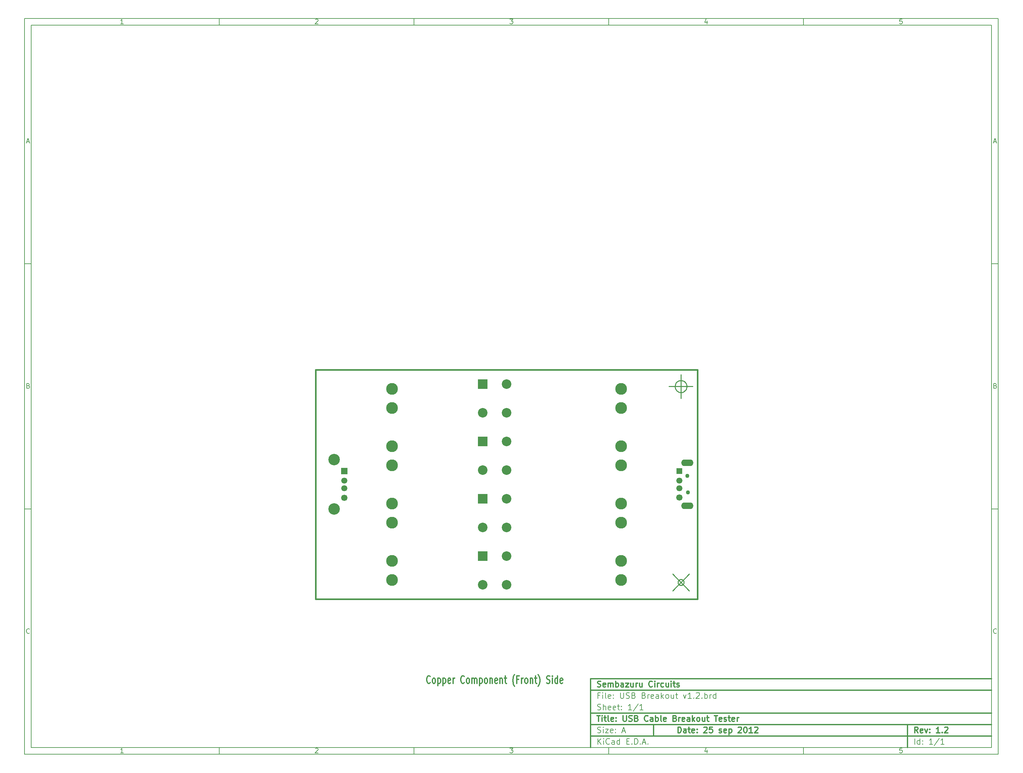
<source format=gtl>
G04 (created by PCBNEW-RS274X (2012-01-19 BZR 3256)-stable) date 25/09/2012 17:31:46*
G01*
G70*
G90*
%MOIN*%
G04 Gerber Fmt 3.4, Leading zero omitted, Abs format*
%FSLAX34Y34*%
G04 APERTURE LIST*
%ADD10C,0.006000*%
%ADD11C,0.012000*%
%ADD12C,0.010000*%
%ADD13C,0.015000*%
%ADD14R,0.100000X0.100000*%
%ADD15C,0.100000*%
%ADD16R,0.063200X0.063200*%
%ADD17O,0.066200X0.059100*%
%ADD18C,0.066200*%
%ADD19O,0.128400X0.069400*%
%ADD20C,0.043300*%
%ADD21R,0.066200X0.066200*%
%ADD22C,0.120600*%
%ADD23C,0.123000*%
G04 APERTURE END LIST*
G54D10*
X-30500Y36750D02*
X71500Y36750D01*
X71500Y-40250D01*
X-30500Y-40250D01*
X-30500Y36750D01*
X-29800Y36050D02*
X70800Y36050D01*
X70800Y-39550D01*
X-29800Y-39550D01*
X-29800Y36050D01*
X-10100Y36750D02*
X-10100Y36050D01*
X-20157Y36198D02*
X-20443Y36198D01*
X-20300Y36198D02*
X-20300Y36698D01*
X-20348Y36626D01*
X-20395Y36579D01*
X-20443Y36555D01*
X-10100Y-40250D02*
X-10100Y-39550D01*
X-20157Y-40102D02*
X-20443Y-40102D01*
X-20300Y-40102D02*
X-20300Y-39602D01*
X-20348Y-39674D01*
X-20395Y-39721D01*
X-20443Y-39745D01*
X10300Y36750D02*
X10300Y36050D01*
X-00043Y36650D02*
X-00019Y36674D01*
X00029Y36698D01*
X00148Y36698D01*
X00195Y36674D01*
X00219Y36650D01*
X00243Y36602D01*
X00243Y36555D01*
X00219Y36483D01*
X-00067Y36198D01*
X00243Y36198D01*
X10300Y-40250D02*
X10300Y-39550D01*
X-00043Y-39650D02*
X-00019Y-39626D01*
X00029Y-39602D01*
X00148Y-39602D01*
X00195Y-39626D01*
X00219Y-39650D01*
X00243Y-39698D01*
X00243Y-39745D01*
X00219Y-39817D01*
X-00067Y-40102D01*
X00243Y-40102D01*
X30700Y36750D02*
X30700Y36050D01*
X20333Y36698D02*
X20643Y36698D01*
X20476Y36507D01*
X20548Y36507D01*
X20595Y36483D01*
X20619Y36460D01*
X20643Y36412D01*
X20643Y36293D01*
X20619Y36245D01*
X20595Y36221D01*
X20548Y36198D01*
X20405Y36198D01*
X20357Y36221D01*
X20333Y36245D01*
X30700Y-40250D02*
X30700Y-39550D01*
X20333Y-39602D02*
X20643Y-39602D01*
X20476Y-39793D01*
X20548Y-39793D01*
X20595Y-39817D01*
X20619Y-39840D01*
X20643Y-39888D01*
X20643Y-40007D01*
X20619Y-40055D01*
X20595Y-40079D01*
X20548Y-40102D01*
X20405Y-40102D01*
X20357Y-40079D01*
X20333Y-40055D01*
X51100Y36750D02*
X51100Y36050D01*
X40995Y36531D02*
X40995Y36198D01*
X40876Y36721D02*
X40757Y36364D01*
X41067Y36364D01*
X51100Y-40250D02*
X51100Y-39550D01*
X40995Y-39769D02*
X40995Y-40102D01*
X40876Y-39579D02*
X40757Y-39936D01*
X41067Y-39936D01*
X61419Y36698D02*
X61181Y36698D01*
X61157Y36460D01*
X61181Y36483D01*
X61229Y36507D01*
X61348Y36507D01*
X61395Y36483D01*
X61419Y36460D01*
X61443Y36412D01*
X61443Y36293D01*
X61419Y36245D01*
X61395Y36221D01*
X61348Y36198D01*
X61229Y36198D01*
X61181Y36221D01*
X61157Y36245D01*
X61419Y-39602D02*
X61181Y-39602D01*
X61157Y-39840D01*
X61181Y-39817D01*
X61229Y-39793D01*
X61348Y-39793D01*
X61395Y-39817D01*
X61419Y-39840D01*
X61443Y-39888D01*
X61443Y-40007D01*
X61419Y-40055D01*
X61395Y-40079D01*
X61348Y-40102D01*
X61229Y-40102D01*
X61181Y-40079D01*
X61157Y-40055D01*
X-30500Y11090D02*
X-29800Y11090D01*
X-30269Y23860D02*
X-30031Y23860D01*
X-30316Y23718D02*
X-30150Y24218D01*
X-29983Y23718D01*
X71500Y11090D02*
X70800Y11090D01*
X71031Y23860D02*
X71269Y23860D01*
X70984Y23718D02*
X71150Y24218D01*
X71317Y23718D01*
X-30500Y-14570D02*
X-29800Y-14570D01*
X-30114Y-01680D02*
X-30043Y-01704D01*
X-30019Y-01728D01*
X-29995Y-01776D01*
X-29995Y-01847D01*
X-30019Y-01895D01*
X-30043Y-01919D01*
X-30090Y-01942D01*
X-30281Y-01942D01*
X-30281Y-01442D01*
X-30114Y-01442D01*
X-30067Y-01466D01*
X-30043Y-01490D01*
X-30019Y-01538D01*
X-30019Y-01585D01*
X-30043Y-01633D01*
X-30067Y-01657D01*
X-30114Y-01680D01*
X-30281Y-01680D01*
X71500Y-14570D02*
X70800Y-14570D01*
X71186Y-01680D02*
X71257Y-01704D01*
X71281Y-01728D01*
X71305Y-01776D01*
X71305Y-01847D01*
X71281Y-01895D01*
X71257Y-01919D01*
X71210Y-01942D01*
X71019Y-01942D01*
X71019Y-01442D01*
X71186Y-01442D01*
X71233Y-01466D01*
X71257Y-01490D01*
X71281Y-01538D01*
X71281Y-01585D01*
X71257Y-01633D01*
X71233Y-01657D01*
X71186Y-01680D01*
X71019Y-01680D01*
X-29995Y-27555D02*
X-30019Y-27579D01*
X-30090Y-27602D01*
X-30138Y-27602D01*
X-30210Y-27579D01*
X-30257Y-27531D01*
X-30281Y-27483D01*
X-30305Y-27388D01*
X-30305Y-27317D01*
X-30281Y-27221D01*
X-30257Y-27174D01*
X-30210Y-27126D01*
X-30138Y-27102D01*
X-30090Y-27102D01*
X-30019Y-27126D01*
X-29995Y-27150D01*
X71305Y-27555D02*
X71281Y-27579D01*
X71210Y-27602D01*
X71162Y-27602D01*
X71090Y-27579D01*
X71043Y-27531D01*
X71019Y-27483D01*
X70995Y-27388D01*
X70995Y-27317D01*
X71019Y-27221D01*
X71043Y-27174D01*
X71090Y-27126D01*
X71162Y-27102D01*
X71210Y-27102D01*
X71281Y-27126D01*
X71305Y-27150D01*
G54D11*
X37943Y-37993D02*
X37943Y-37393D01*
X38086Y-37393D01*
X38171Y-37421D01*
X38229Y-37479D01*
X38257Y-37536D01*
X38286Y-37650D01*
X38286Y-37736D01*
X38257Y-37850D01*
X38229Y-37907D01*
X38171Y-37964D01*
X38086Y-37993D01*
X37943Y-37993D01*
X38800Y-37993D02*
X38800Y-37679D01*
X38771Y-37621D01*
X38714Y-37593D01*
X38600Y-37593D01*
X38543Y-37621D01*
X38800Y-37964D02*
X38743Y-37993D01*
X38600Y-37993D01*
X38543Y-37964D01*
X38514Y-37907D01*
X38514Y-37850D01*
X38543Y-37793D01*
X38600Y-37764D01*
X38743Y-37764D01*
X38800Y-37736D01*
X39000Y-37593D02*
X39229Y-37593D01*
X39086Y-37393D02*
X39086Y-37907D01*
X39114Y-37964D01*
X39172Y-37993D01*
X39229Y-37993D01*
X39657Y-37964D02*
X39600Y-37993D01*
X39486Y-37993D01*
X39429Y-37964D01*
X39400Y-37907D01*
X39400Y-37679D01*
X39429Y-37621D01*
X39486Y-37593D01*
X39600Y-37593D01*
X39657Y-37621D01*
X39686Y-37679D01*
X39686Y-37736D01*
X39400Y-37793D01*
X39943Y-37936D02*
X39971Y-37964D01*
X39943Y-37993D01*
X39914Y-37964D01*
X39943Y-37936D01*
X39943Y-37993D01*
X39943Y-37621D02*
X39971Y-37650D01*
X39943Y-37679D01*
X39914Y-37650D01*
X39943Y-37621D01*
X39943Y-37679D01*
X40657Y-37450D02*
X40686Y-37421D01*
X40743Y-37393D01*
X40886Y-37393D01*
X40943Y-37421D01*
X40972Y-37450D01*
X41000Y-37507D01*
X41000Y-37564D01*
X40972Y-37650D01*
X40629Y-37993D01*
X41000Y-37993D01*
X41543Y-37393D02*
X41257Y-37393D01*
X41228Y-37679D01*
X41257Y-37650D01*
X41314Y-37621D01*
X41457Y-37621D01*
X41514Y-37650D01*
X41543Y-37679D01*
X41571Y-37736D01*
X41571Y-37879D01*
X41543Y-37936D01*
X41514Y-37964D01*
X41457Y-37993D01*
X41314Y-37993D01*
X41257Y-37964D01*
X41228Y-37936D01*
X42256Y-37964D02*
X42313Y-37993D01*
X42428Y-37993D01*
X42485Y-37964D01*
X42513Y-37907D01*
X42513Y-37879D01*
X42485Y-37821D01*
X42428Y-37793D01*
X42342Y-37793D01*
X42285Y-37764D01*
X42256Y-37707D01*
X42256Y-37679D01*
X42285Y-37621D01*
X42342Y-37593D01*
X42428Y-37593D01*
X42485Y-37621D01*
X42999Y-37964D02*
X42942Y-37993D01*
X42828Y-37993D01*
X42771Y-37964D01*
X42742Y-37907D01*
X42742Y-37679D01*
X42771Y-37621D01*
X42828Y-37593D01*
X42942Y-37593D01*
X42999Y-37621D01*
X43028Y-37679D01*
X43028Y-37736D01*
X42742Y-37793D01*
X43285Y-37593D02*
X43285Y-38193D01*
X43285Y-37621D02*
X43342Y-37593D01*
X43456Y-37593D01*
X43513Y-37621D01*
X43542Y-37650D01*
X43571Y-37707D01*
X43571Y-37879D01*
X43542Y-37936D01*
X43513Y-37964D01*
X43456Y-37993D01*
X43342Y-37993D01*
X43285Y-37964D01*
X44256Y-37450D02*
X44285Y-37421D01*
X44342Y-37393D01*
X44485Y-37393D01*
X44542Y-37421D01*
X44571Y-37450D01*
X44599Y-37507D01*
X44599Y-37564D01*
X44571Y-37650D01*
X44228Y-37993D01*
X44599Y-37993D01*
X44970Y-37393D02*
X45027Y-37393D01*
X45084Y-37421D01*
X45113Y-37450D01*
X45142Y-37507D01*
X45170Y-37621D01*
X45170Y-37764D01*
X45142Y-37879D01*
X45113Y-37936D01*
X45084Y-37964D01*
X45027Y-37993D01*
X44970Y-37993D01*
X44913Y-37964D01*
X44884Y-37936D01*
X44856Y-37879D01*
X44827Y-37764D01*
X44827Y-37621D01*
X44856Y-37507D01*
X44884Y-37450D01*
X44913Y-37421D01*
X44970Y-37393D01*
X45741Y-37993D02*
X45398Y-37993D01*
X45570Y-37993D02*
X45570Y-37393D01*
X45513Y-37479D01*
X45455Y-37536D01*
X45398Y-37564D01*
X45969Y-37450D02*
X45998Y-37421D01*
X46055Y-37393D01*
X46198Y-37393D01*
X46255Y-37421D01*
X46284Y-37450D01*
X46312Y-37507D01*
X46312Y-37564D01*
X46284Y-37650D01*
X45941Y-37993D01*
X46312Y-37993D01*
G54D10*
X29543Y-39193D02*
X29543Y-38593D01*
X29886Y-39193D02*
X29629Y-38850D01*
X29886Y-38593D02*
X29543Y-38936D01*
X30143Y-39193D02*
X30143Y-38793D01*
X30143Y-38593D02*
X30114Y-38621D01*
X30143Y-38650D01*
X30171Y-38621D01*
X30143Y-38593D01*
X30143Y-38650D01*
X30772Y-39136D02*
X30743Y-39164D01*
X30657Y-39193D01*
X30600Y-39193D01*
X30515Y-39164D01*
X30457Y-39107D01*
X30429Y-39050D01*
X30400Y-38936D01*
X30400Y-38850D01*
X30429Y-38736D01*
X30457Y-38679D01*
X30515Y-38621D01*
X30600Y-38593D01*
X30657Y-38593D01*
X30743Y-38621D01*
X30772Y-38650D01*
X31286Y-39193D02*
X31286Y-38879D01*
X31257Y-38821D01*
X31200Y-38793D01*
X31086Y-38793D01*
X31029Y-38821D01*
X31286Y-39164D02*
X31229Y-39193D01*
X31086Y-39193D01*
X31029Y-39164D01*
X31000Y-39107D01*
X31000Y-39050D01*
X31029Y-38993D01*
X31086Y-38964D01*
X31229Y-38964D01*
X31286Y-38936D01*
X31829Y-39193D02*
X31829Y-38593D01*
X31829Y-39164D02*
X31772Y-39193D01*
X31658Y-39193D01*
X31600Y-39164D01*
X31572Y-39136D01*
X31543Y-39079D01*
X31543Y-38907D01*
X31572Y-38850D01*
X31600Y-38821D01*
X31658Y-38793D01*
X31772Y-38793D01*
X31829Y-38821D01*
X32572Y-38879D02*
X32772Y-38879D01*
X32858Y-39193D02*
X32572Y-39193D01*
X32572Y-38593D01*
X32858Y-38593D01*
X33115Y-39136D02*
X33143Y-39164D01*
X33115Y-39193D01*
X33086Y-39164D01*
X33115Y-39136D01*
X33115Y-39193D01*
X33401Y-39193D02*
X33401Y-38593D01*
X33544Y-38593D01*
X33629Y-38621D01*
X33687Y-38679D01*
X33715Y-38736D01*
X33744Y-38850D01*
X33744Y-38936D01*
X33715Y-39050D01*
X33687Y-39107D01*
X33629Y-39164D01*
X33544Y-39193D01*
X33401Y-39193D01*
X34001Y-39136D02*
X34029Y-39164D01*
X34001Y-39193D01*
X33972Y-39164D01*
X34001Y-39136D01*
X34001Y-39193D01*
X34258Y-39021D02*
X34544Y-39021D01*
X34201Y-39193D02*
X34401Y-38593D01*
X34601Y-39193D01*
X34801Y-39136D02*
X34829Y-39164D01*
X34801Y-39193D01*
X34772Y-39164D01*
X34801Y-39136D01*
X34801Y-39193D01*
G54D11*
X63086Y-37993D02*
X62886Y-37707D01*
X62743Y-37993D02*
X62743Y-37393D01*
X62971Y-37393D01*
X63029Y-37421D01*
X63057Y-37450D01*
X63086Y-37507D01*
X63086Y-37593D01*
X63057Y-37650D01*
X63029Y-37679D01*
X62971Y-37707D01*
X62743Y-37707D01*
X63571Y-37964D02*
X63514Y-37993D01*
X63400Y-37993D01*
X63343Y-37964D01*
X63314Y-37907D01*
X63314Y-37679D01*
X63343Y-37621D01*
X63400Y-37593D01*
X63514Y-37593D01*
X63571Y-37621D01*
X63600Y-37679D01*
X63600Y-37736D01*
X63314Y-37793D01*
X63800Y-37593D02*
X63943Y-37993D01*
X64085Y-37593D01*
X64314Y-37936D02*
X64342Y-37964D01*
X64314Y-37993D01*
X64285Y-37964D01*
X64314Y-37936D01*
X64314Y-37993D01*
X64314Y-37621D02*
X64342Y-37650D01*
X64314Y-37679D01*
X64285Y-37650D01*
X64314Y-37621D01*
X64314Y-37679D01*
X65371Y-37993D02*
X65028Y-37993D01*
X65200Y-37993D02*
X65200Y-37393D01*
X65143Y-37479D01*
X65085Y-37536D01*
X65028Y-37564D01*
X65628Y-37936D02*
X65656Y-37964D01*
X65628Y-37993D01*
X65599Y-37964D01*
X65628Y-37936D01*
X65628Y-37993D01*
X65885Y-37450D02*
X65914Y-37421D01*
X65971Y-37393D01*
X66114Y-37393D01*
X66171Y-37421D01*
X66200Y-37450D01*
X66228Y-37507D01*
X66228Y-37564D01*
X66200Y-37650D01*
X65857Y-37993D01*
X66228Y-37993D01*
G54D10*
X29514Y-37964D02*
X29600Y-37993D01*
X29743Y-37993D01*
X29800Y-37964D01*
X29829Y-37936D01*
X29857Y-37879D01*
X29857Y-37821D01*
X29829Y-37764D01*
X29800Y-37736D01*
X29743Y-37707D01*
X29629Y-37679D01*
X29571Y-37650D01*
X29543Y-37621D01*
X29514Y-37564D01*
X29514Y-37507D01*
X29543Y-37450D01*
X29571Y-37421D01*
X29629Y-37393D01*
X29771Y-37393D01*
X29857Y-37421D01*
X30114Y-37993D02*
X30114Y-37593D01*
X30114Y-37393D02*
X30085Y-37421D01*
X30114Y-37450D01*
X30142Y-37421D01*
X30114Y-37393D01*
X30114Y-37450D01*
X30343Y-37593D02*
X30657Y-37593D01*
X30343Y-37993D01*
X30657Y-37993D01*
X31114Y-37964D02*
X31057Y-37993D01*
X30943Y-37993D01*
X30886Y-37964D01*
X30857Y-37907D01*
X30857Y-37679D01*
X30886Y-37621D01*
X30943Y-37593D01*
X31057Y-37593D01*
X31114Y-37621D01*
X31143Y-37679D01*
X31143Y-37736D01*
X30857Y-37793D01*
X31400Y-37936D02*
X31428Y-37964D01*
X31400Y-37993D01*
X31371Y-37964D01*
X31400Y-37936D01*
X31400Y-37993D01*
X31400Y-37621D02*
X31428Y-37650D01*
X31400Y-37679D01*
X31371Y-37650D01*
X31400Y-37621D01*
X31400Y-37679D01*
X32114Y-37821D02*
X32400Y-37821D01*
X32057Y-37993D02*
X32257Y-37393D01*
X32457Y-37993D01*
X62743Y-39193D02*
X62743Y-38593D01*
X63286Y-39193D02*
X63286Y-38593D01*
X63286Y-39164D02*
X63229Y-39193D01*
X63115Y-39193D01*
X63057Y-39164D01*
X63029Y-39136D01*
X63000Y-39079D01*
X63000Y-38907D01*
X63029Y-38850D01*
X63057Y-38821D01*
X63115Y-38793D01*
X63229Y-38793D01*
X63286Y-38821D01*
X63572Y-39136D02*
X63600Y-39164D01*
X63572Y-39193D01*
X63543Y-39164D01*
X63572Y-39136D01*
X63572Y-39193D01*
X63572Y-38821D02*
X63600Y-38850D01*
X63572Y-38879D01*
X63543Y-38850D01*
X63572Y-38821D01*
X63572Y-38879D01*
X64629Y-39193D02*
X64286Y-39193D01*
X64458Y-39193D02*
X64458Y-38593D01*
X64401Y-38679D01*
X64343Y-38736D01*
X64286Y-38764D01*
X65314Y-38564D02*
X64800Y-39336D01*
X65829Y-39193D02*
X65486Y-39193D01*
X65658Y-39193D02*
X65658Y-38593D01*
X65601Y-38679D01*
X65543Y-38736D01*
X65486Y-38764D01*
G54D11*
X29457Y-36193D02*
X29800Y-36193D01*
X29629Y-36793D02*
X29629Y-36193D01*
X30000Y-36793D02*
X30000Y-36393D01*
X30000Y-36193D02*
X29971Y-36221D01*
X30000Y-36250D01*
X30028Y-36221D01*
X30000Y-36193D01*
X30000Y-36250D01*
X30200Y-36393D02*
X30429Y-36393D01*
X30286Y-36193D02*
X30286Y-36707D01*
X30314Y-36764D01*
X30372Y-36793D01*
X30429Y-36793D01*
X30715Y-36793D02*
X30657Y-36764D01*
X30629Y-36707D01*
X30629Y-36193D01*
X31171Y-36764D02*
X31114Y-36793D01*
X31000Y-36793D01*
X30943Y-36764D01*
X30914Y-36707D01*
X30914Y-36479D01*
X30943Y-36421D01*
X31000Y-36393D01*
X31114Y-36393D01*
X31171Y-36421D01*
X31200Y-36479D01*
X31200Y-36536D01*
X30914Y-36593D01*
X31457Y-36736D02*
X31485Y-36764D01*
X31457Y-36793D01*
X31428Y-36764D01*
X31457Y-36736D01*
X31457Y-36793D01*
X31457Y-36421D02*
X31485Y-36450D01*
X31457Y-36479D01*
X31428Y-36450D01*
X31457Y-36421D01*
X31457Y-36479D01*
X32200Y-36193D02*
X32200Y-36679D01*
X32228Y-36736D01*
X32257Y-36764D01*
X32314Y-36793D01*
X32428Y-36793D01*
X32486Y-36764D01*
X32514Y-36736D01*
X32543Y-36679D01*
X32543Y-36193D01*
X32800Y-36764D02*
X32886Y-36793D01*
X33029Y-36793D01*
X33086Y-36764D01*
X33115Y-36736D01*
X33143Y-36679D01*
X33143Y-36621D01*
X33115Y-36564D01*
X33086Y-36536D01*
X33029Y-36507D01*
X32915Y-36479D01*
X32857Y-36450D01*
X32829Y-36421D01*
X32800Y-36364D01*
X32800Y-36307D01*
X32829Y-36250D01*
X32857Y-36221D01*
X32915Y-36193D01*
X33057Y-36193D01*
X33143Y-36221D01*
X33600Y-36479D02*
X33686Y-36507D01*
X33714Y-36536D01*
X33743Y-36593D01*
X33743Y-36679D01*
X33714Y-36736D01*
X33686Y-36764D01*
X33628Y-36793D01*
X33400Y-36793D01*
X33400Y-36193D01*
X33600Y-36193D01*
X33657Y-36221D01*
X33686Y-36250D01*
X33714Y-36307D01*
X33714Y-36364D01*
X33686Y-36421D01*
X33657Y-36450D01*
X33600Y-36479D01*
X33400Y-36479D01*
X34800Y-36736D02*
X34771Y-36764D01*
X34685Y-36793D01*
X34628Y-36793D01*
X34543Y-36764D01*
X34485Y-36707D01*
X34457Y-36650D01*
X34428Y-36536D01*
X34428Y-36450D01*
X34457Y-36336D01*
X34485Y-36279D01*
X34543Y-36221D01*
X34628Y-36193D01*
X34685Y-36193D01*
X34771Y-36221D01*
X34800Y-36250D01*
X35314Y-36793D02*
X35314Y-36479D01*
X35285Y-36421D01*
X35228Y-36393D01*
X35114Y-36393D01*
X35057Y-36421D01*
X35314Y-36764D02*
X35257Y-36793D01*
X35114Y-36793D01*
X35057Y-36764D01*
X35028Y-36707D01*
X35028Y-36650D01*
X35057Y-36593D01*
X35114Y-36564D01*
X35257Y-36564D01*
X35314Y-36536D01*
X35600Y-36793D02*
X35600Y-36193D01*
X35600Y-36421D02*
X35657Y-36393D01*
X35771Y-36393D01*
X35828Y-36421D01*
X35857Y-36450D01*
X35886Y-36507D01*
X35886Y-36679D01*
X35857Y-36736D01*
X35828Y-36764D01*
X35771Y-36793D01*
X35657Y-36793D01*
X35600Y-36764D01*
X36229Y-36793D02*
X36171Y-36764D01*
X36143Y-36707D01*
X36143Y-36193D01*
X36685Y-36764D02*
X36628Y-36793D01*
X36514Y-36793D01*
X36457Y-36764D01*
X36428Y-36707D01*
X36428Y-36479D01*
X36457Y-36421D01*
X36514Y-36393D01*
X36628Y-36393D01*
X36685Y-36421D01*
X36714Y-36479D01*
X36714Y-36536D01*
X36428Y-36593D01*
X37628Y-36479D02*
X37714Y-36507D01*
X37742Y-36536D01*
X37771Y-36593D01*
X37771Y-36679D01*
X37742Y-36736D01*
X37714Y-36764D01*
X37656Y-36793D01*
X37428Y-36793D01*
X37428Y-36193D01*
X37628Y-36193D01*
X37685Y-36221D01*
X37714Y-36250D01*
X37742Y-36307D01*
X37742Y-36364D01*
X37714Y-36421D01*
X37685Y-36450D01*
X37628Y-36479D01*
X37428Y-36479D01*
X38028Y-36793D02*
X38028Y-36393D01*
X38028Y-36507D02*
X38056Y-36450D01*
X38085Y-36421D01*
X38142Y-36393D01*
X38199Y-36393D01*
X38627Y-36764D02*
X38570Y-36793D01*
X38456Y-36793D01*
X38399Y-36764D01*
X38370Y-36707D01*
X38370Y-36479D01*
X38399Y-36421D01*
X38456Y-36393D01*
X38570Y-36393D01*
X38627Y-36421D01*
X38656Y-36479D01*
X38656Y-36536D01*
X38370Y-36593D01*
X39170Y-36793D02*
X39170Y-36479D01*
X39141Y-36421D01*
X39084Y-36393D01*
X38970Y-36393D01*
X38913Y-36421D01*
X39170Y-36764D02*
X39113Y-36793D01*
X38970Y-36793D01*
X38913Y-36764D01*
X38884Y-36707D01*
X38884Y-36650D01*
X38913Y-36593D01*
X38970Y-36564D01*
X39113Y-36564D01*
X39170Y-36536D01*
X39456Y-36793D02*
X39456Y-36193D01*
X39513Y-36564D02*
X39684Y-36793D01*
X39684Y-36393D02*
X39456Y-36621D01*
X40028Y-36793D02*
X39970Y-36764D01*
X39942Y-36736D01*
X39913Y-36679D01*
X39913Y-36507D01*
X39942Y-36450D01*
X39970Y-36421D01*
X40028Y-36393D01*
X40113Y-36393D01*
X40170Y-36421D01*
X40199Y-36450D01*
X40228Y-36507D01*
X40228Y-36679D01*
X40199Y-36736D01*
X40170Y-36764D01*
X40113Y-36793D01*
X40028Y-36793D01*
X40742Y-36393D02*
X40742Y-36793D01*
X40485Y-36393D02*
X40485Y-36707D01*
X40513Y-36764D01*
X40571Y-36793D01*
X40656Y-36793D01*
X40713Y-36764D01*
X40742Y-36736D01*
X40942Y-36393D02*
X41171Y-36393D01*
X41028Y-36193D02*
X41028Y-36707D01*
X41056Y-36764D01*
X41114Y-36793D01*
X41171Y-36793D01*
X41742Y-36193D02*
X42085Y-36193D01*
X41914Y-36793D02*
X41914Y-36193D01*
X42513Y-36764D02*
X42456Y-36793D01*
X42342Y-36793D01*
X42285Y-36764D01*
X42256Y-36707D01*
X42256Y-36479D01*
X42285Y-36421D01*
X42342Y-36393D01*
X42456Y-36393D01*
X42513Y-36421D01*
X42542Y-36479D01*
X42542Y-36536D01*
X42256Y-36593D01*
X42770Y-36764D02*
X42827Y-36793D01*
X42942Y-36793D01*
X42999Y-36764D01*
X43027Y-36707D01*
X43027Y-36679D01*
X42999Y-36621D01*
X42942Y-36593D01*
X42856Y-36593D01*
X42799Y-36564D01*
X42770Y-36507D01*
X42770Y-36479D01*
X42799Y-36421D01*
X42856Y-36393D01*
X42942Y-36393D01*
X42999Y-36421D01*
X43199Y-36393D02*
X43428Y-36393D01*
X43285Y-36193D02*
X43285Y-36707D01*
X43313Y-36764D01*
X43371Y-36793D01*
X43428Y-36793D01*
X43856Y-36764D02*
X43799Y-36793D01*
X43685Y-36793D01*
X43628Y-36764D01*
X43599Y-36707D01*
X43599Y-36479D01*
X43628Y-36421D01*
X43685Y-36393D01*
X43799Y-36393D01*
X43856Y-36421D01*
X43885Y-36479D01*
X43885Y-36536D01*
X43599Y-36593D01*
X44142Y-36793D02*
X44142Y-36393D01*
X44142Y-36507D02*
X44170Y-36450D01*
X44199Y-36421D01*
X44256Y-36393D01*
X44313Y-36393D01*
G54D10*
X29743Y-34079D02*
X29543Y-34079D01*
X29543Y-34393D02*
X29543Y-33793D01*
X29829Y-33793D01*
X30057Y-34393D02*
X30057Y-33993D01*
X30057Y-33793D02*
X30028Y-33821D01*
X30057Y-33850D01*
X30085Y-33821D01*
X30057Y-33793D01*
X30057Y-33850D01*
X30429Y-34393D02*
X30371Y-34364D01*
X30343Y-34307D01*
X30343Y-33793D01*
X30885Y-34364D02*
X30828Y-34393D01*
X30714Y-34393D01*
X30657Y-34364D01*
X30628Y-34307D01*
X30628Y-34079D01*
X30657Y-34021D01*
X30714Y-33993D01*
X30828Y-33993D01*
X30885Y-34021D01*
X30914Y-34079D01*
X30914Y-34136D01*
X30628Y-34193D01*
X31171Y-34336D02*
X31199Y-34364D01*
X31171Y-34393D01*
X31142Y-34364D01*
X31171Y-34336D01*
X31171Y-34393D01*
X31171Y-34021D02*
X31199Y-34050D01*
X31171Y-34079D01*
X31142Y-34050D01*
X31171Y-34021D01*
X31171Y-34079D01*
X31914Y-33793D02*
X31914Y-34279D01*
X31942Y-34336D01*
X31971Y-34364D01*
X32028Y-34393D01*
X32142Y-34393D01*
X32200Y-34364D01*
X32228Y-34336D01*
X32257Y-34279D01*
X32257Y-33793D01*
X32514Y-34364D02*
X32600Y-34393D01*
X32743Y-34393D01*
X32800Y-34364D01*
X32829Y-34336D01*
X32857Y-34279D01*
X32857Y-34221D01*
X32829Y-34164D01*
X32800Y-34136D01*
X32743Y-34107D01*
X32629Y-34079D01*
X32571Y-34050D01*
X32543Y-34021D01*
X32514Y-33964D01*
X32514Y-33907D01*
X32543Y-33850D01*
X32571Y-33821D01*
X32629Y-33793D01*
X32771Y-33793D01*
X32857Y-33821D01*
X33314Y-34079D02*
X33400Y-34107D01*
X33428Y-34136D01*
X33457Y-34193D01*
X33457Y-34279D01*
X33428Y-34336D01*
X33400Y-34364D01*
X33342Y-34393D01*
X33114Y-34393D01*
X33114Y-33793D01*
X33314Y-33793D01*
X33371Y-33821D01*
X33400Y-33850D01*
X33428Y-33907D01*
X33428Y-33964D01*
X33400Y-34021D01*
X33371Y-34050D01*
X33314Y-34079D01*
X33114Y-34079D01*
X34371Y-34079D02*
X34457Y-34107D01*
X34485Y-34136D01*
X34514Y-34193D01*
X34514Y-34279D01*
X34485Y-34336D01*
X34457Y-34364D01*
X34399Y-34393D01*
X34171Y-34393D01*
X34171Y-33793D01*
X34371Y-33793D01*
X34428Y-33821D01*
X34457Y-33850D01*
X34485Y-33907D01*
X34485Y-33964D01*
X34457Y-34021D01*
X34428Y-34050D01*
X34371Y-34079D01*
X34171Y-34079D01*
X34771Y-34393D02*
X34771Y-33993D01*
X34771Y-34107D02*
X34799Y-34050D01*
X34828Y-34021D01*
X34885Y-33993D01*
X34942Y-33993D01*
X35370Y-34364D02*
X35313Y-34393D01*
X35199Y-34393D01*
X35142Y-34364D01*
X35113Y-34307D01*
X35113Y-34079D01*
X35142Y-34021D01*
X35199Y-33993D01*
X35313Y-33993D01*
X35370Y-34021D01*
X35399Y-34079D01*
X35399Y-34136D01*
X35113Y-34193D01*
X35913Y-34393D02*
X35913Y-34079D01*
X35884Y-34021D01*
X35827Y-33993D01*
X35713Y-33993D01*
X35656Y-34021D01*
X35913Y-34364D02*
X35856Y-34393D01*
X35713Y-34393D01*
X35656Y-34364D01*
X35627Y-34307D01*
X35627Y-34250D01*
X35656Y-34193D01*
X35713Y-34164D01*
X35856Y-34164D01*
X35913Y-34136D01*
X36199Y-34393D02*
X36199Y-33793D01*
X36256Y-34164D02*
X36427Y-34393D01*
X36427Y-33993D02*
X36199Y-34221D01*
X36771Y-34393D02*
X36713Y-34364D01*
X36685Y-34336D01*
X36656Y-34279D01*
X36656Y-34107D01*
X36685Y-34050D01*
X36713Y-34021D01*
X36771Y-33993D01*
X36856Y-33993D01*
X36913Y-34021D01*
X36942Y-34050D01*
X36971Y-34107D01*
X36971Y-34279D01*
X36942Y-34336D01*
X36913Y-34364D01*
X36856Y-34393D01*
X36771Y-34393D01*
X37485Y-33993D02*
X37485Y-34393D01*
X37228Y-33993D02*
X37228Y-34307D01*
X37256Y-34364D01*
X37314Y-34393D01*
X37399Y-34393D01*
X37456Y-34364D01*
X37485Y-34336D01*
X37685Y-33993D02*
X37914Y-33993D01*
X37771Y-33793D02*
X37771Y-34307D01*
X37799Y-34364D01*
X37857Y-34393D01*
X37914Y-34393D01*
X38514Y-33993D02*
X38657Y-34393D01*
X38799Y-33993D01*
X39342Y-34393D02*
X38999Y-34393D01*
X39171Y-34393D02*
X39171Y-33793D01*
X39114Y-33879D01*
X39056Y-33936D01*
X38999Y-33964D01*
X39599Y-34336D02*
X39627Y-34364D01*
X39599Y-34393D01*
X39570Y-34364D01*
X39599Y-34336D01*
X39599Y-34393D01*
X39856Y-33850D02*
X39885Y-33821D01*
X39942Y-33793D01*
X40085Y-33793D01*
X40142Y-33821D01*
X40171Y-33850D01*
X40199Y-33907D01*
X40199Y-33964D01*
X40171Y-34050D01*
X39828Y-34393D01*
X40199Y-34393D01*
X40456Y-34336D02*
X40484Y-34364D01*
X40456Y-34393D01*
X40427Y-34364D01*
X40456Y-34336D01*
X40456Y-34393D01*
X40742Y-34393D02*
X40742Y-33793D01*
X40742Y-34021D02*
X40799Y-33993D01*
X40913Y-33993D01*
X40970Y-34021D01*
X40999Y-34050D01*
X41028Y-34107D01*
X41028Y-34279D01*
X40999Y-34336D01*
X40970Y-34364D01*
X40913Y-34393D01*
X40799Y-34393D01*
X40742Y-34364D01*
X41285Y-34393D02*
X41285Y-33993D01*
X41285Y-34107D02*
X41313Y-34050D01*
X41342Y-34021D01*
X41399Y-33993D01*
X41456Y-33993D01*
X41913Y-34393D02*
X41913Y-33793D01*
X41913Y-34364D02*
X41856Y-34393D01*
X41742Y-34393D01*
X41684Y-34364D01*
X41656Y-34336D01*
X41627Y-34279D01*
X41627Y-34107D01*
X41656Y-34050D01*
X41684Y-34021D01*
X41742Y-33993D01*
X41856Y-33993D01*
X41913Y-34021D01*
X29514Y-35564D02*
X29600Y-35593D01*
X29743Y-35593D01*
X29800Y-35564D01*
X29829Y-35536D01*
X29857Y-35479D01*
X29857Y-35421D01*
X29829Y-35364D01*
X29800Y-35336D01*
X29743Y-35307D01*
X29629Y-35279D01*
X29571Y-35250D01*
X29543Y-35221D01*
X29514Y-35164D01*
X29514Y-35107D01*
X29543Y-35050D01*
X29571Y-35021D01*
X29629Y-34993D01*
X29771Y-34993D01*
X29857Y-35021D01*
X30114Y-35593D02*
X30114Y-34993D01*
X30371Y-35593D02*
X30371Y-35279D01*
X30342Y-35221D01*
X30285Y-35193D01*
X30200Y-35193D01*
X30142Y-35221D01*
X30114Y-35250D01*
X30885Y-35564D02*
X30828Y-35593D01*
X30714Y-35593D01*
X30657Y-35564D01*
X30628Y-35507D01*
X30628Y-35279D01*
X30657Y-35221D01*
X30714Y-35193D01*
X30828Y-35193D01*
X30885Y-35221D01*
X30914Y-35279D01*
X30914Y-35336D01*
X30628Y-35393D01*
X31399Y-35564D02*
X31342Y-35593D01*
X31228Y-35593D01*
X31171Y-35564D01*
X31142Y-35507D01*
X31142Y-35279D01*
X31171Y-35221D01*
X31228Y-35193D01*
X31342Y-35193D01*
X31399Y-35221D01*
X31428Y-35279D01*
X31428Y-35336D01*
X31142Y-35393D01*
X31599Y-35193D02*
X31828Y-35193D01*
X31685Y-34993D02*
X31685Y-35507D01*
X31713Y-35564D01*
X31771Y-35593D01*
X31828Y-35593D01*
X32028Y-35536D02*
X32056Y-35564D01*
X32028Y-35593D01*
X31999Y-35564D01*
X32028Y-35536D01*
X32028Y-35593D01*
X32028Y-35221D02*
X32056Y-35250D01*
X32028Y-35279D01*
X31999Y-35250D01*
X32028Y-35221D01*
X32028Y-35279D01*
X33085Y-35593D02*
X32742Y-35593D01*
X32914Y-35593D02*
X32914Y-34993D01*
X32857Y-35079D01*
X32799Y-35136D01*
X32742Y-35164D01*
X33770Y-34964D02*
X33256Y-35736D01*
X34285Y-35593D02*
X33942Y-35593D01*
X34114Y-35593D02*
X34114Y-34993D01*
X34057Y-35079D01*
X33999Y-35136D01*
X33942Y-35164D01*
G54D11*
X29514Y-33164D02*
X29600Y-33193D01*
X29743Y-33193D01*
X29800Y-33164D01*
X29829Y-33136D01*
X29857Y-33079D01*
X29857Y-33021D01*
X29829Y-32964D01*
X29800Y-32936D01*
X29743Y-32907D01*
X29629Y-32879D01*
X29571Y-32850D01*
X29543Y-32821D01*
X29514Y-32764D01*
X29514Y-32707D01*
X29543Y-32650D01*
X29571Y-32621D01*
X29629Y-32593D01*
X29771Y-32593D01*
X29857Y-32621D01*
X30342Y-33164D02*
X30285Y-33193D01*
X30171Y-33193D01*
X30114Y-33164D01*
X30085Y-33107D01*
X30085Y-32879D01*
X30114Y-32821D01*
X30171Y-32793D01*
X30285Y-32793D01*
X30342Y-32821D01*
X30371Y-32879D01*
X30371Y-32936D01*
X30085Y-32993D01*
X30628Y-33193D02*
X30628Y-32793D01*
X30628Y-32850D02*
X30656Y-32821D01*
X30714Y-32793D01*
X30799Y-32793D01*
X30856Y-32821D01*
X30885Y-32879D01*
X30885Y-33193D01*
X30885Y-32879D02*
X30914Y-32821D01*
X30971Y-32793D01*
X31056Y-32793D01*
X31114Y-32821D01*
X31142Y-32879D01*
X31142Y-33193D01*
X31428Y-33193D02*
X31428Y-32593D01*
X31428Y-32821D02*
X31485Y-32793D01*
X31599Y-32793D01*
X31656Y-32821D01*
X31685Y-32850D01*
X31714Y-32907D01*
X31714Y-33079D01*
X31685Y-33136D01*
X31656Y-33164D01*
X31599Y-33193D01*
X31485Y-33193D01*
X31428Y-33164D01*
X32228Y-33193D02*
X32228Y-32879D01*
X32199Y-32821D01*
X32142Y-32793D01*
X32028Y-32793D01*
X31971Y-32821D01*
X32228Y-33164D02*
X32171Y-33193D01*
X32028Y-33193D01*
X31971Y-33164D01*
X31942Y-33107D01*
X31942Y-33050D01*
X31971Y-32993D01*
X32028Y-32964D01*
X32171Y-32964D01*
X32228Y-32936D01*
X32457Y-32793D02*
X32771Y-32793D01*
X32457Y-33193D01*
X32771Y-33193D01*
X33257Y-32793D02*
X33257Y-33193D01*
X33000Y-32793D02*
X33000Y-33107D01*
X33028Y-33164D01*
X33086Y-33193D01*
X33171Y-33193D01*
X33228Y-33164D01*
X33257Y-33136D01*
X33543Y-33193D02*
X33543Y-32793D01*
X33543Y-32907D02*
X33571Y-32850D01*
X33600Y-32821D01*
X33657Y-32793D01*
X33714Y-32793D01*
X34171Y-32793D02*
X34171Y-33193D01*
X33914Y-32793D02*
X33914Y-33107D01*
X33942Y-33164D01*
X34000Y-33193D01*
X34085Y-33193D01*
X34142Y-33164D01*
X34171Y-33136D01*
X35257Y-33136D02*
X35228Y-33164D01*
X35142Y-33193D01*
X35085Y-33193D01*
X35000Y-33164D01*
X34942Y-33107D01*
X34914Y-33050D01*
X34885Y-32936D01*
X34885Y-32850D01*
X34914Y-32736D01*
X34942Y-32679D01*
X35000Y-32621D01*
X35085Y-32593D01*
X35142Y-32593D01*
X35228Y-32621D01*
X35257Y-32650D01*
X35514Y-33193D02*
X35514Y-32793D01*
X35514Y-32593D02*
X35485Y-32621D01*
X35514Y-32650D01*
X35542Y-32621D01*
X35514Y-32593D01*
X35514Y-32650D01*
X35800Y-33193D02*
X35800Y-32793D01*
X35800Y-32907D02*
X35828Y-32850D01*
X35857Y-32821D01*
X35914Y-32793D01*
X35971Y-32793D01*
X36428Y-33164D02*
X36371Y-33193D01*
X36257Y-33193D01*
X36199Y-33164D01*
X36171Y-33136D01*
X36142Y-33079D01*
X36142Y-32907D01*
X36171Y-32850D01*
X36199Y-32821D01*
X36257Y-32793D01*
X36371Y-32793D01*
X36428Y-32821D01*
X36942Y-32793D02*
X36942Y-33193D01*
X36685Y-32793D02*
X36685Y-33107D01*
X36713Y-33164D01*
X36771Y-33193D01*
X36856Y-33193D01*
X36913Y-33164D01*
X36942Y-33136D01*
X37228Y-33193D02*
X37228Y-32793D01*
X37228Y-32593D02*
X37199Y-32621D01*
X37228Y-32650D01*
X37256Y-32621D01*
X37228Y-32593D01*
X37228Y-32650D01*
X37428Y-32793D02*
X37657Y-32793D01*
X37514Y-32593D02*
X37514Y-33107D01*
X37542Y-33164D01*
X37600Y-33193D01*
X37657Y-33193D01*
X37828Y-33164D02*
X37885Y-33193D01*
X38000Y-33193D01*
X38057Y-33164D01*
X38085Y-33107D01*
X38085Y-33079D01*
X38057Y-33021D01*
X38000Y-32993D01*
X37914Y-32993D01*
X37857Y-32964D01*
X37828Y-32907D01*
X37828Y-32879D01*
X37857Y-32821D01*
X37914Y-32793D01*
X38000Y-32793D01*
X38057Y-32821D01*
X28800Y-32350D02*
X28800Y-39550D01*
X28800Y-33550D02*
X70800Y-33550D01*
X28800Y-32350D02*
X70800Y-32350D01*
X28800Y-35950D02*
X70800Y-35950D01*
X62000Y-37150D02*
X62000Y-39550D01*
X28800Y-38350D02*
X70800Y-38350D01*
X28800Y-37150D02*
X70800Y-37150D01*
X35400Y-37150D02*
X35400Y-38350D01*
X11986Y-32748D02*
X11957Y-32786D01*
X11871Y-32824D01*
X11814Y-32824D01*
X11729Y-32786D01*
X11671Y-32710D01*
X11643Y-32633D01*
X11614Y-32481D01*
X11614Y-32367D01*
X11643Y-32214D01*
X11671Y-32138D01*
X11729Y-32062D01*
X11814Y-32024D01*
X11871Y-32024D01*
X11957Y-32062D01*
X11986Y-32100D01*
X12329Y-32824D02*
X12271Y-32786D01*
X12243Y-32748D01*
X12214Y-32671D01*
X12214Y-32443D01*
X12243Y-32367D01*
X12271Y-32329D01*
X12329Y-32290D01*
X12414Y-32290D01*
X12471Y-32329D01*
X12500Y-32367D01*
X12529Y-32443D01*
X12529Y-32671D01*
X12500Y-32748D01*
X12471Y-32786D01*
X12414Y-32824D01*
X12329Y-32824D01*
X12786Y-32290D02*
X12786Y-33090D01*
X12786Y-32329D02*
X12843Y-32290D01*
X12957Y-32290D01*
X13014Y-32329D01*
X13043Y-32367D01*
X13072Y-32443D01*
X13072Y-32671D01*
X13043Y-32748D01*
X13014Y-32786D01*
X12957Y-32824D01*
X12843Y-32824D01*
X12786Y-32786D01*
X13329Y-32290D02*
X13329Y-33090D01*
X13329Y-32329D02*
X13386Y-32290D01*
X13500Y-32290D01*
X13557Y-32329D01*
X13586Y-32367D01*
X13615Y-32443D01*
X13615Y-32671D01*
X13586Y-32748D01*
X13557Y-32786D01*
X13500Y-32824D01*
X13386Y-32824D01*
X13329Y-32786D01*
X14100Y-32786D02*
X14043Y-32824D01*
X13929Y-32824D01*
X13872Y-32786D01*
X13843Y-32710D01*
X13843Y-32405D01*
X13872Y-32329D01*
X13929Y-32290D01*
X14043Y-32290D01*
X14100Y-32329D01*
X14129Y-32405D01*
X14129Y-32481D01*
X13843Y-32557D01*
X14386Y-32824D02*
X14386Y-32290D01*
X14386Y-32443D02*
X14414Y-32367D01*
X14443Y-32329D01*
X14500Y-32290D01*
X14557Y-32290D01*
X15557Y-32748D02*
X15528Y-32786D01*
X15442Y-32824D01*
X15385Y-32824D01*
X15300Y-32786D01*
X15242Y-32710D01*
X15214Y-32633D01*
X15185Y-32481D01*
X15185Y-32367D01*
X15214Y-32214D01*
X15242Y-32138D01*
X15300Y-32062D01*
X15385Y-32024D01*
X15442Y-32024D01*
X15528Y-32062D01*
X15557Y-32100D01*
X15900Y-32824D02*
X15842Y-32786D01*
X15814Y-32748D01*
X15785Y-32671D01*
X15785Y-32443D01*
X15814Y-32367D01*
X15842Y-32329D01*
X15900Y-32290D01*
X15985Y-32290D01*
X16042Y-32329D01*
X16071Y-32367D01*
X16100Y-32443D01*
X16100Y-32671D01*
X16071Y-32748D01*
X16042Y-32786D01*
X15985Y-32824D01*
X15900Y-32824D01*
X16357Y-32824D02*
X16357Y-32290D01*
X16357Y-32367D02*
X16385Y-32329D01*
X16443Y-32290D01*
X16528Y-32290D01*
X16585Y-32329D01*
X16614Y-32405D01*
X16614Y-32824D01*
X16614Y-32405D02*
X16643Y-32329D01*
X16700Y-32290D01*
X16785Y-32290D01*
X16843Y-32329D01*
X16871Y-32405D01*
X16871Y-32824D01*
X17157Y-32290D02*
X17157Y-33090D01*
X17157Y-32329D02*
X17214Y-32290D01*
X17328Y-32290D01*
X17385Y-32329D01*
X17414Y-32367D01*
X17443Y-32443D01*
X17443Y-32671D01*
X17414Y-32748D01*
X17385Y-32786D01*
X17328Y-32824D01*
X17214Y-32824D01*
X17157Y-32786D01*
X17786Y-32824D02*
X17728Y-32786D01*
X17700Y-32748D01*
X17671Y-32671D01*
X17671Y-32443D01*
X17700Y-32367D01*
X17728Y-32329D01*
X17786Y-32290D01*
X17871Y-32290D01*
X17928Y-32329D01*
X17957Y-32367D01*
X17986Y-32443D01*
X17986Y-32671D01*
X17957Y-32748D01*
X17928Y-32786D01*
X17871Y-32824D01*
X17786Y-32824D01*
X18243Y-32290D02*
X18243Y-32824D01*
X18243Y-32367D02*
X18271Y-32329D01*
X18329Y-32290D01*
X18414Y-32290D01*
X18471Y-32329D01*
X18500Y-32405D01*
X18500Y-32824D01*
X19014Y-32786D02*
X18957Y-32824D01*
X18843Y-32824D01*
X18786Y-32786D01*
X18757Y-32710D01*
X18757Y-32405D01*
X18786Y-32329D01*
X18843Y-32290D01*
X18957Y-32290D01*
X19014Y-32329D01*
X19043Y-32405D01*
X19043Y-32481D01*
X18757Y-32557D01*
X19300Y-32290D02*
X19300Y-32824D01*
X19300Y-32367D02*
X19328Y-32329D01*
X19386Y-32290D01*
X19471Y-32290D01*
X19528Y-32329D01*
X19557Y-32405D01*
X19557Y-32824D01*
X19757Y-32290D02*
X19986Y-32290D01*
X19843Y-32024D02*
X19843Y-32710D01*
X19871Y-32786D01*
X19929Y-32824D01*
X19986Y-32824D01*
X20814Y-33129D02*
X20786Y-33090D01*
X20729Y-32976D01*
X20700Y-32900D01*
X20671Y-32786D01*
X20643Y-32595D01*
X20643Y-32443D01*
X20671Y-32252D01*
X20700Y-32138D01*
X20729Y-32062D01*
X20786Y-31948D01*
X20814Y-31910D01*
X21243Y-32405D02*
X21043Y-32405D01*
X21043Y-32824D02*
X21043Y-32024D01*
X21329Y-32024D01*
X21557Y-32824D02*
X21557Y-32290D01*
X21557Y-32443D02*
X21585Y-32367D01*
X21614Y-32329D01*
X21671Y-32290D01*
X21728Y-32290D01*
X22014Y-32824D02*
X21956Y-32786D01*
X21928Y-32748D01*
X21899Y-32671D01*
X21899Y-32443D01*
X21928Y-32367D01*
X21956Y-32329D01*
X22014Y-32290D01*
X22099Y-32290D01*
X22156Y-32329D01*
X22185Y-32367D01*
X22214Y-32443D01*
X22214Y-32671D01*
X22185Y-32748D01*
X22156Y-32786D01*
X22099Y-32824D01*
X22014Y-32824D01*
X22471Y-32290D02*
X22471Y-32824D01*
X22471Y-32367D02*
X22499Y-32329D01*
X22557Y-32290D01*
X22642Y-32290D01*
X22699Y-32329D01*
X22728Y-32405D01*
X22728Y-32824D01*
X22928Y-32290D02*
X23157Y-32290D01*
X23014Y-32024D02*
X23014Y-32710D01*
X23042Y-32786D01*
X23100Y-32824D01*
X23157Y-32824D01*
X23300Y-33129D02*
X23328Y-33090D01*
X23385Y-32976D01*
X23414Y-32900D01*
X23443Y-32786D01*
X23471Y-32595D01*
X23471Y-32443D01*
X23443Y-32252D01*
X23414Y-32138D01*
X23385Y-32062D01*
X23328Y-31948D01*
X23300Y-31910D01*
X24185Y-32786D02*
X24271Y-32824D01*
X24414Y-32824D01*
X24471Y-32786D01*
X24500Y-32748D01*
X24528Y-32671D01*
X24528Y-32595D01*
X24500Y-32519D01*
X24471Y-32481D01*
X24414Y-32443D01*
X24300Y-32405D01*
X24242Y-32367D01*
X24214Y-32329D01*
X24185Y-32252D01*
X24185Y-32176D01*
X24214Y-32100D01*
X24242Y-32062D01*
X24300Y-32024D01*
X24442Y-32024D01*
X24528Y-32062D01*
X24785Y-32824D02*
X24785Y-32290D01*
X24785Y-32024D02*
X24756Y-32062D01*
X24785Y-32100D01*
X24813Y-32062D01*
X24785Y-32024D01*
X24785Y-32100D01*
X25328Y-32824D02*
X25328Y-32024D01*
X25328Y-32786D02*
X25271Y-32824D01*
X25157Y-32824D01*
X25099Y-32786D01*
X25071Y-32748D01*
X25042Y-32671D01*
X25042Y-32443D01*
X25071Y-32367D01*
X25099Y-32329D01*
X25157Y-32290D01*
X25271Y-32290D01*
X25328Y-32329D01*
X25842Y-32786D02*
X25785Y-32824D01*
X25671Y-32824D01*
X25614Y-32786D01*
X25585Y-32710D01*
X25585Y-32405D01*
X25614Y-32329D01*
X25671Y-32290D01*
X25785Y-32290D01*
X25842Y-32329D01*
X25871Y-32405D01*
X25871Y-32481D01*
X25585Y-32557D01*
G54D12*
X38562Y-22250D02*
X38556Y-22310D01*
X38538Y-22368D01*
X38509Y-22422D01*
X38471Y-22469D01*
X38424Y-22508D01*
X38370Y-22537D01*
X38312Y-22555D01*
X38252Y-22561D01*
X38192Y-22556D01*
X38134Y-22539D01*
X38080Y-22511D01*
X38032Y-22472D01*
X37993Y-22426D01*
X37964Y-22372D01*
X37945Y-22314D01*
X37939Y-22254D01*
X37944Y-22194D01*
X37960Y-22136D01*
X37988Y-22081D01*
X38026Y-22034D01*
X38072Y-21994D01*
X38126Y-21965D01*
X38184Y-21946D01*
X38244Y-21939D01*
X38304Y-21943D01*
X38362Y-21960D01*
X38417Y-21987D01*
X38465Y-22025D01*
X38504Y-22071D01*
X38535Y-22124D01*
X38554Y-22181D01*
X38561Y-22242D01*
X38562Y-22250D01*
X37375Y-21375D02*
X39125Y-23125D01*
X37375Y-23125D02*
X39125Y-21375D01*
X38875Y-01750D02*
X38863Y-01871D01*
X38827Y-01988D01*
X38770Y-02095D01*
X38693Y-02190D01*
X38599Y-02268D01*
X38492Y-02326D01*
X38375Y-02362D01*
X38254Y-02374D01*
X38133Y-02363D01*
X38016Y-02329D01*
X37908Y-02272D01*
X37813Y-02196D01*
X37735Y-02103D01*
X37676Y-01996D01*
X37639Y-01879D01*
X37626Y-01758D01*
X37636Y-01638D01*
X37669Y-01520D01*
X37725Y-01412D01*
X37801Y-01316D01*
X37894Y-01237D01*
X38000Y-01178D01*
X38116Y-01140D01*
X38237Y-01126D01*
X38358Y-01135D01*
X38476Y-01168D01*
X38584Y-01223D01*
X38681Y-01298D01*
X38760Y-01390D01*
X38820Y-01496D01*
X38859Y-01612D01*
X38874Y-01733D01*
X38875Y-01750D01*
X37000Y-01750D02*
X39500Y-01750D01*
X38250Y-00500D02*
X38250Y-03000D01*
G54D13*
X40000Y-24000D02*
X00000Y-24000D01*
X00000Y00000D02*
X40000Y00000D01*
X00000Y-24000D02*
X00000Y00000D01*
X40000Y00000D02*
X40000Y-24000D01*
G54D14*
X17500Y-19500D03*
G54D15*
X20000Y-19500D03*
X17500Y-22500D03*
X20000Y-22500D03*
G54D14*
X17500Y-13500D03*
G54D15*
X20000Y-13500D03*
X17500Y-16500D03*
X20000Y-16500D03*
G54D14*
X17500Y-07500D03*
G54D15*
X20000Y-07500D03*
X17500Y-10500D03*
X20000Y-10500D03*
G54D14*
X17500Y-01500D03*
G54D15*
X20000Y-01500D03*
X17500Y-04500D03*
X20000Y-04500D03*
G54D16*
X38100Y-10622D03*
G54D17*
X38100Y-11606D03*
X38100Y-12394D03*
G54D18*
X38100Y-13378D03*
G54D19*
X38927Y-09756D03*
X38927Y-14244D03*
G54D20*
X38927Y-11114D03*
X38986Y-12827D03*
G54D18*
X03000Y-13400D03*
G54D17*
X03000Y-12400D03*
X03000Y-11600D03*
G54D21*
X03000Y-10600D03*
G54D22*
X01933Y-14587D03*
X01933Y-09413D03*
G54D23*
X08000Y-16000D03*
X08000Y-14000D03*
X32000Y-04000D03*
X32000Y-02000D03*
X08000Y-22000D03*
X08000Y-20000D03*
X08000Y-10000D03*
X08000Y-08000D03*
X32000Y-22000D03*
X32000Y-20000D03*
X32000Y-16000D03*
X32000Y-14000D03*
X32000Y-10000D03*
X32000Y-08000D03*
X08000Y-04000D03*
X08000Y-02000D03*
M02*

</source>
